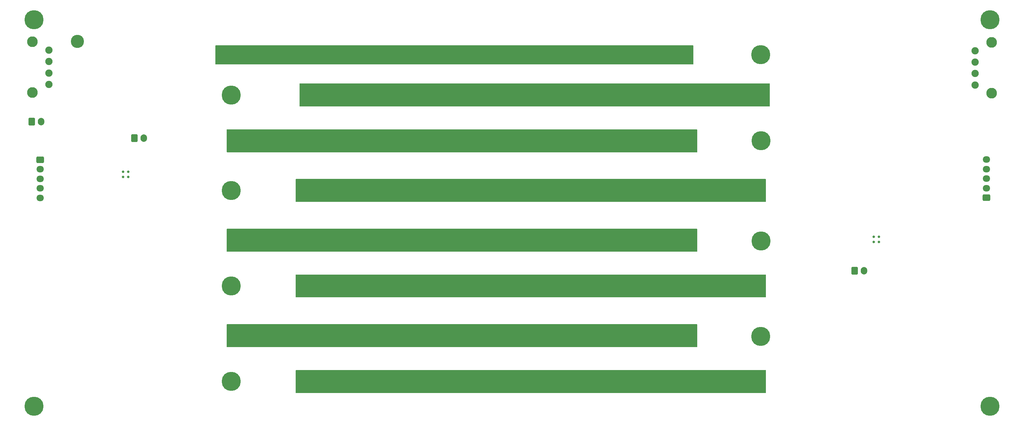
<source format=gbr>
%TF.GenerationSoftware,KiCad,Pcbnew,6.0.6-3a73a75311~116~ubuntu20.04.1*%
%TF.CreationDate,2022-07-12T22:33:22+02:00*%
%TF.ProjectId,LEDBoard_template,4c454442-6f61-4726-945f-74656d706c61,rev?*%
%TF.SameCoordinates,Original*%
%TF.FileFunction,Soldermask,Bot*%
%TF.FilePolarity,Negative*%
%FSLAX46Y46*%
G04 Gerber Fmt 4.6, Leading zero omitted, Abs format (unit mm)*
G04 Created by KiCad (PCBNEW 6.0.6-3a73a75311~116~ubuntu20.04.1) date 2022-07-12 22:33:22*
%MOMM*%
%LPD*%
G01*
G04 APERTURE LIST*
G04 Aperture macros list*
%AMRoundRect*
0 Rectangle with rounded corners*
0 $1 Rounding radius*
0 $2 $3 $4 $5 $6 $7 $8 $9 X,Y pos of 4 corners*
0 Add a 4 corners polygon primitive as box body*
4,1,4,$2,$3,$4,$5,$6,$7,$8,$9,$2,$3,0*
0 Add four circle primitives for the rounded corners*
1,1,$1+$1,$2,$3*
1,1,$1+$1,$4,$5*
1,1,$1+$1,$6,$7*
1,1,$1+$1,$8,$9*
0 Add four rect primitives between the rounded corners*
20,1,$1+$1,$2,$3,$4,$5,0*
20,1,$1+$1,$4,$5,$6,$7,0*
20,1,$1+$1,$6,$7,$8,$9,0*
20,1,$1+$1,$8,$9,$2,$3,0*%
G04 Aperture macros list end*
%ADD10C,5.000000*%
%ADD11C,3.450000*%
%ADD12C,0.650000*%
%ADD13C,1.900000*%
%ADD14C,2.800000*%
%ADD15C,0.675000*%
%ADD16RoundRect,0.250000X-0.600000X-0.750000X0.600000X-0.750000X0.600000X0.750000X-0.600000X0.750000X0*%
%ADD17O,1.700000X2.000000*%
%ADD18RoundRect,0.250000X-0.725000X0.600000X-0.725000X-0.600000X0.725000X-0.600000X0.725000X0.600000X0*%
%ADD19O,1.950000X1.700000*%
%ADD20RoundRect,0.250000X0.725000X-0.600000X0.725000X0.600000X-0.725000X0.600000X-0.725000X-0.600000X0*%
G04 APERTURE END LIST*
D10*
%TO.C,REF\u002A\u002A*%
X355550000Y-110300000D03*
%TD*%
D11*
%TO.C,REF\u002A\u002A*%
X117000000Y-116000000D03*
%TD*%
D12*
%TO.C,D109*%
X277200000Y-167565000D03*
X277200000Y-166930000D03*
%TD*%
D13*
%TO.C,J104*%
X351680000Y-118400000D03*
X351680000Y-121400000D03*
X351680000Y-124400000D03*
X351680000Y-127400000D03*
D14*
X356000000Y-129550000D03*
X356000000Y-116250000D03*
%TD*%
D12*
%TO.C,D104*%
X157200000Y-118230000D03*
X157200000Y-118865000D03*
%TD*%
%TO.C,D106*%
X237200000Y-141345000D03*
X237200000Y-140710000D03*
%TD*%
%TO.C,D114*%
X237200000Y-191930000D03*
X237200000Y-192565000D03*
%TD*%
%TO.C,D107*%
X197200000Y-141345000D03*
X197200000Y-140710000D03*
%TD*%
D10*
%TO.C,REF\u002A\u002A*%
X295600000Y-193200000D03*
%TD*%
D12*
%TO.C,D208*%
X295600000Y-181270000D03*
X295600000Y-180635000D03*
%TD*%
D15*
%TO.C,U103*%
X130225000Y-150125000D03*
X128875000Y-151475000D03*
X130225000Y-151475000D03*
X128875000Y-150125000D03*
%TD*%
D16*
%TO.C,J106*%
X105000000Y-137000000D03*
D17*
X107500000Y-137000000D03*
%TD*%
D12*
%TO.C,D203*%
X255600000Y-206270000D03*
X255600000Y-205635000D03*
%TD*%
D10*
%TO.C,REF\u002A\u002A*%
X355550000Y-211500000D03*
%TD*%
D12*
%TO.C,D205*%
X175600000Y-180635000D03*
X175600000Y-181270000D03*
%TD*%
%TO.C,D113*%
X277200000Y-192565000D03*
X277200000Y-191930000D03*
%TD*%
%TO.C,D210*%
X215600000Y-155635000D03*
X215600000Y-156270000D03*
%TD*%
%TO.C,D111*%
X197200000Y-166930000D03*
X197200000Y-167565000D03*
%TD*%
%TO.C,D212*%
X295600000Y-155635000D03*
X295600000Y-156270000D03*
%TD*%
%TO.C,D112*%
X157200000Y-167565000D03*
X157200000Y-166930000D03*
%TD*%
%TO.C,D206*%
X215600000Y-180635000D03*
X215600000Y-181270000D03*
%TD*%
D10*
%TO.C,REF\u002A\u002A*%
X295600000Y-119500000D03*
%TD*%
D12*
%TO.C,D201*%
X175600000Y-206270000D03*
X175600000Y-205635000D03*
%TD*%
%TO.C,D102*%
X237200000Y-118230000D03*
X237200000Y-118865000D03*
%TD*%
D13*
%TO.C,J103*%
X109470001Y-127250000D03*
X109470001Y-124250000D03*
X109470001Y-121250000D03*
X109470001Y-118250000D03*
D14*
X105150001Y-129400000D03*
X105150001Y-116100000D03*
%TD*%
D12*
%TO.C,D103*%
X197200000Y-118865000D03*
X197200000Y-118230000D03*
%TD*%
D10*
%TO.C,REF\u002A\u002A*%
X157200000Y-205000000D03*
%TD*%
D12*
%TO.C,D209*%
X175600000Y-156270000D03*
X175600000Y-155635000D03*
%TD*%
D15*
%TO.C,U203*%
X326525000Y-167125000D03*
X326525000Y-168475000D03*
X325175000Y-168475000D03*
X325175000Y-167125000D03*
%TD*%
D12*
%TO.C,D207*%
X255600000Y-180635000D03*
X255600000Y-181270000D03*
%TD*%
%TO.C,D115*%
X197200000Y-192565000D03*
X197200000Y-191930000D03*
%TD*%
%TO.C,D204*%
X295600000Y-206270000D03*
X295600000Y-205635000D03*
%TD*%
%TO.C,D108*%
X157200000Y-140710000D03*
X157200000Y-141345000D03*
%TD*%
D18*
%TO.C,J101*%
X107225000Y-146950000D03*
D19*
X107225000Y-149450000D03*
X107225000Y-151950000D03*
X107225000Y-154450000D03*
X107225000Y-156950000D03*
%TD*%
D12*
%TO.C,D116*%
X157200000Y-192565000D03*
X157200000Y-191930000D03*
%TD*%
%TO.C,D213*%
X175600000Y-131270000D03*
X175600000Y-130635000D03*
%TD*%
D10*
%TO.C,REF\u002A\u002A*%
X105600000Y-110300000D03*
%TD*%
D12*
%TO.C,D211*%
X255600000Y-156270000D03*
X255600000Y-155635000D03*
%TD*%
%TO.C,D110*%
X237200000Y-167565000D03*
X237200000Y-166930000D03*
%TD*%
D16*
%TO.C,J201*%
X320150000Y-175975000D03*
D17*
X322650000Y-175975000D03*
%TD*%
D10*
%TO.C,REF\u002A\u002A*%
X157200000Y-130000000D03*
%TD*%
D12*
%TO.C,D101*%
X277200000Y-118865000D03*
X277200000Y-118230000D03*
%TD*%
%TO.C,D216*%
X295600000Y-130635000D03*
X295600000Y-131270000D03*
%TD*%
%TO.C,D214*%
X215600000Y-131270000D03*
X215600000Y-130635000D03*
%TD*%
%TO.C,D215*%
X255600000Y-131270000D03*
X255600000Y-130635000D03*
%TD*%
D10*
%TO.C,REF\u002A\u002A*%
X157200000Y-155000000D03*
%TD*%
%TO.C,REF\u002A\u002A*%
X105600000Y-211500000D03*
%TD*%
%TO.C,REF\u002A\u002A*%
X295650000Y-168200000D03*
%TD*%
D12*
%TO.C,D202*%
X215600000Y-205635000D03*
X215600000Y-206270000D03*
%TD*%
%TO.C,D105*%
X277200000Y-141345000D03*
X277200000Y-140710000D03*
%TD*%
D20*
%TO.C,J105*%
X354600000Y-156900000D03*
D19*
X354600000Y-154400000D03*
X354600000Y-151900000D03*
X354600000Y-149400000D03*
X354600000Y-146900000D03*
%TD*%
D10*
%TO.C,REF\u002A\u002A*%
X157200000Y-180000000D03*
%TD*%
D16*
%TO.C,J102*%
X131850000Y-141275000D03*
D17*
X134350000Y-141275000D03*
%TD*%
D10*
%TO.C,REF\u002A\u002A*%
X295650000Y-142000000D03*
%TD*%
G36*
X277942121Y-117020002D02*
G01*
X277988614Y-117073658D01*
X278000000Y-117126000D01*
X278000000Y-121874000D01*
X277979998Y-121942121D01*
X277926342Y-121988614D01*
X277874000Y-122000000D01*
X153126000Y-122000000D01*
X153057879Y-121979998D01*
X153011386Y-121926342D01*
X153000000Y-121874000D01*
X153000000Y-117126000D01*
X153020002Y-117057879D01*
X153073658Y-117011386D01*
X153126000Y-117000000D01*
X277874000Y-117000000D01*
X277942121Y-117020002D01*
G37*
G36*
X297942121Y-127020002D02*
G01*
X297988614Y-127073658D01*
X298000000Y-127126000D01*
X298000000Y-132874000D01*
X297979998Y-132942121D01*
X297926342Y-132988614D01*
X297874000Y-133000000D01*
X175126000Y-133000000D01*
X175057879Y-132979998D01*
X175011386Y-132926342D01*
X175000000Y-132874000D01*
X175000000Y-127126000D01*
X175020002Y-127057879D01*
X175073658Y-127011386D01*
X175126000Y-127000000D01*
X297874000Y-127000000D01*
X297942121Y-127020002D01*
G37*
G36*
X278942121Y-139020002D02*
G01*
X278988614Y-139073658D01*
X279000000Y-139126000D01*
X279000000Y-144874000D01*
X278979998Y-144942121D01*
X278926342Y-144988614D01*
X278874000Y-145000000D01*
X156126000Y-145000000D01*
X156057879Y-144979998D01*
X156011386Y-144926342D01*
X156000000Y-144874000D01*
X156000000Y-139126000D01*
X156020002Y-139057879D01*
X156073658Y-139011386D01*
X156126000Y-139000000D01*
X278874000Y-139000000D01*
X278942121Y-139020002D01*
G37*
G36*
X296942121Y-152020002D02*
G01*
X296988614Y-152073658D01*
X297000000Y-152126000D01*
X297000000Y-157874000D01*
X296979998Y-157942121D01*
X296926342Y-157988614D01*
X296874000Y-158000000D01*
X174126000Y-158000000D01*
X174057879Y-157979998D01*
X174011386Y-157926342D01*
X174000000Y-157874000D01*
X174000000Y-152126000D01*
X174020002Y-152057879D01*
X174073658Y-152011386D01*
X174126000Y-152000000D01*
X296874000Y-152000000D01*
X296942121Y-152020002D01*
G37*
G36*
X278942121Y-165020002D02*
G01*
X278988614Y-165073658D01*
X279000000Y-165126000D01*
X279000000Y-170874000D01*
X278979998Y-170942121D01*
X278926342Y-170988614D01*
X278874000Y-171000000D01*
X156126000Y-171000000D01*
X156057879Y-170979998D01*
X156011386Y-170926342D01*
X156000000Y-170874000D01*
X156000000Y-165126000D01*
X156020002Y-165057879D01*
X156073658Y-165011386D01*
X156126000Y-165000000D01*
X278874000Y-165000000D01*
X278942121Y-165020002D01*
G37*
G36*
X296942121Y-177020002D02*
G01*
X296988614Y-177073658D01*
X297000000Y-177126000D01*
X297000000Y-182874000D01*
X296979998Y-182942121D01*
X296926342Y-182988614D01*
X296874000Y-183000000D01*
X174126000Y-183000000D01*
X174057879Y-182979998D01*
X174011386Y-182926342D01*
X174000000Y-182874000D01*
X174000000Y-177126000D01*
X174020002Y-177057879D01*
X174073658Y-177011386D01*
X174126000Y-177000000D01*
X296874000Y-177000000D01*
X296942121Y-177020002D01*
G37*
G36*
X278942121Y-190020002D02*
G01*
X278988614Y-190073658D01*
X279000000Y-190126000D01*
X279000000Y-195874000D01*
X278979998Y-195942121D01*
X278926342Y-195988614D01*
X278874000Y-196000000D01*
X156126000Y-196000000D01*
X156057879Y-195979998D01*
X156011386Y-195926342D01*
X156000000Y-195874000D01*
X156000000Y-190126000D01*
X156020002Y-190057879D01*
X156073658Y-190011386D01*
X156126000Y-190000000D01*
X278874000Y-190000000D01*
X278942121Y-190020002D01*
G37*
G36*
X296942121Y-202020002D02*
G01*
X296988614Y-202073658D01*
X297000000Y-202126000D01*
X297000000Y-207874000D01*
X296979998Y-207942121D01*
X296926342Y-207988614D01*
X296874000Y-208000000D01*
X174126000Y-208000000D01*
X174057879Y-207979998D01*
X174011386Y-207926342D01*
X174000000Y-207874000D01*
X174000000Y-202126000D01*
X174020002Y-202057879D01*
X174073658Y-202011386D01*
X174126000Y-202000000D01*
X296874000Y-202000000D01*
X296942121Y-202020002D01*
G37*
M02*

</source>
